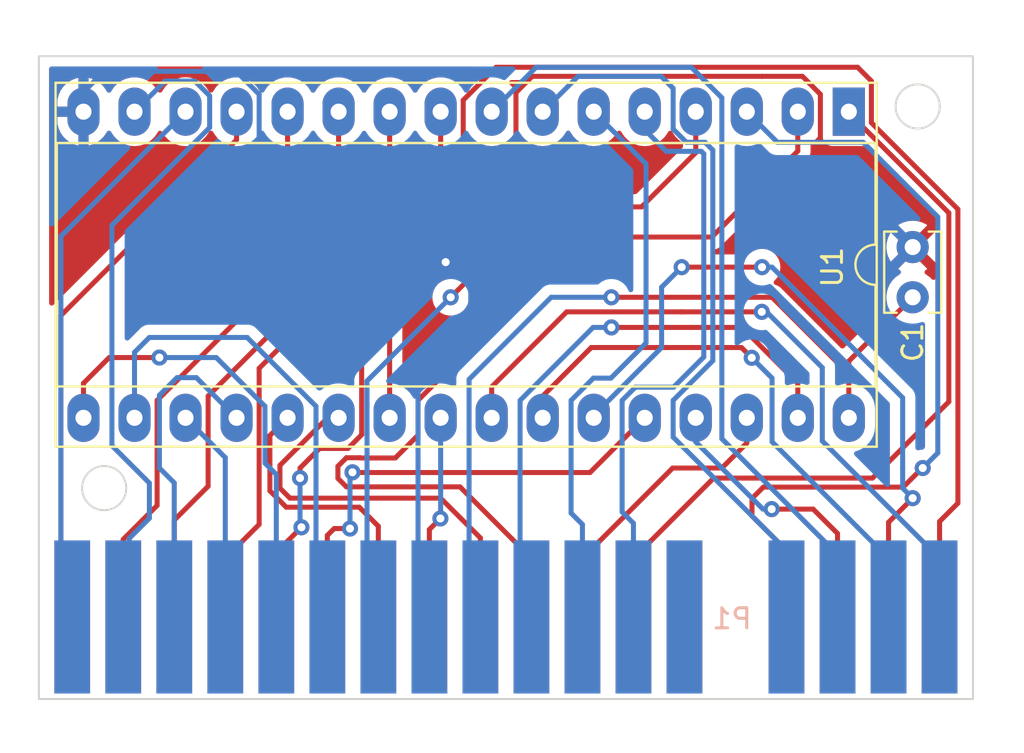
<source format=kicad_pcb>
(kicad_pcb (version 20211014) (generator pcbnew)
  (layers (0 "F.Cu" signal) (31 "B.Cu" signal) (34 "B.Paste" user) (35 "F.Paste" user) (36 "B.SilkS" user "B.Silkscreen") (37 "F.SilkS" user "F.Silkscreen") (38 "B.Mask" user) (39 "F.Mask" user) (44 "Edge.Cuts" user))
  (net 0 "")
  (net 1 "A10")
  (net 2 "A11")
  (net 3 "A8")
  (net 4 "A9")
  (net 5 "PA14")
  (net 6 "A4")
  (net 7 "PA15")
  (net 8 "A5")
  (net 11 "PA18")
  (net 12 "A7")
  (net 13 "PA17")
  (net 14 "A6")
  (net 15 "PA16")
  (net 16 "ROM_WR")
  (net 17 "EP_CE")
  (net 18 "ROM_RD")
  (net 19 "D7")
  (net 20 "A12")
  (net 21 "A13")
  (net 22 "D4")
  (net 23 "A3")
  (net 24 "D3")
  (net 25 "A2")
  (net 26 "D5")
  (net 27 "A1")
  (net 28 "D6")
  (net 29 "A0")
  (net 30 "D2")
  (net 31 "D0")
  (net 32 "D1")
  (net 33 "GND")
  (net 34 "VCC")
  (footprint "Capacitor_THT:C_Disc_D3.8mm_W2.6mm_P2.50mm" (layer "F.Cu") (at 68.686396 36.05 90)
    (fp_text reference "C1" (at -2.25 0 90) (layer "F.SilkS"))
    (fp_text value "C_Small")
    (fp_line (start -0.77 1.42) (end 3.27 1.42) (layer "F.SilkS") (width 0.12))
    (fp_line (start 3.27 -1.42) (end 3.27 -0.795) (layer "F.SilkS") (width 0.12))
    (fp_line (start -0.77 0.795) (end -0.77 1.42) (layer "F.SilkS") (width 0.12))
    (fp_line (start 3.27 0.795) (end 3.27 1.42) (layer "F.SilkS") (width 0.12))
    (fp_line (start -0.77 -1.42) (end 3.27 -1.42) (layer "F.SilkS") (width 0.12))
    (fp_line (start -0.77 -1.42) (end -0.77 -0.795) (layer "F.SilkS") (width 0.12))
    (pad "1" thru_hole circle (at 0 0 90) (size 1.6 1.6) (drill 0.8) (layers *.Cu *.Mask) (net 34 "VCC"))
    (pad "2" thru_hole circle (at 2.5 0 90) (size 1.6 1.6) (drill 0.8) (layers *.Cu *.Mask) (net 33 "GND"))
  )
  (footprint "Package_DIP:DIP-32_W15.24mm_Socket_LongPads" (layer "F.Cu") (at 65.506396 26.81 -90)
    (fp_text reference "U1" (at 7.74 0.82 90) (layer "F.SilkS"))
    (fp_text value "SST39SF040")
    (fp_line (start 13.68 -1.33) (end 8.62 -1.33) (layer "F.SilkS") (width 0.12))
    (fp_line (start 1.56 39.43) (end 13.68 39.43) (layer "F.SilkS") (width 0.12))
    (fp_line (start 16.68 -1.39) (end -1.44 -1.39) (layer "F.SilkS") (width 0.12))
    (fp_line (start 16.68 39.49) (end 16.68 -1.39) (layer "F.SilkS") (width 0.12))
    (fp_line (start 13.68 39.43) (end 13.68 -1.33) (layer "F.SilkS") (width 0.12))
    (fp_line (start -1.44 -1.39) (end -1.44 39.49) (layer "F.SilkS") (width 0.12))
    (fp_line (start -1.44 39.49) (end 16.68 39.49) (layer "F.SilkS") (width 0.12))
    (fp_line (start 6.62 -1.33) (end 1.56 -1.33) (layer "F.SilkS") (width 0.12))
    (fp_line (start 1.56 -1.33) (end 1.56 39.43) (layer "F.SilkS") (width 0.12))
    (fp_arc (start 8.62 -1.33) (mid 7.62 -0.33) (end 6.62 -1.33) (layer "F.SilkS") (width 0.12))
    (pad "1" thru_hole rect (at 0 0 270) (size 2.4 1.6) (drill 0.8) (layers *.Cu *.Mask) (net 11 "PA18"))
    (pad "2" thru_hole oval (at 0 2.54 270) (size 2.4 1.6) (drill 0.8) (layers *.Cu *.Mask) (net 15 "PA16"))
    (pad "3" thru_hole oval (at 0 5.08 270) (size 2.4 1.6) (drill 0.8) (layers *.Cu *.Mask) (net 7 "PA15"))
    (pad "4" thru_hole oval (at 0 7.62 270) (size 2.4 1.6) (drill 0.8) (layers *.Cu *.Mask) (net 20 "A12"))
    (pad "5" thru_hole oval (at 0 10.16 270) (size 2.4 1.6) (drill 0.8) (layers *.Cu *.Mask) (net 12 "A7"))
    (pad "6" thru_hole oval (at 0 12.7 270) (size 2.4 1.6) (drill 0.8) (layers *.Cu *.Mask) (net 14 "A6"))
    (pad "7" thru_hole oval (at 0 15.24 270) (size 2.4 1.6) (drill 0.8) (layers *.Cu *.Mask) (net 8 "A5"))
    (pad "8" thru_hole oval (at 0 17.78 270) (size 2.4 1.6) (drill 0.8) (layers *.Cu *.Mask) (net 6 "A4"))
    (pad "9" thru_hole oval (at 0 20.32 270) (size 2.4 1.6) (drill 0.8) (layers *.Cu *.Mask) (net 23 "A3"))
    (pad "10" thru_hole oval (at 0 22.86 270) (size 2.4 1.6) (drill 0.8) (layers *.Cu *.Mask) (net 25 "A2"))
    (pad "11" thru_hole oval (at 0 25.4 270) (size 2.4 1.6) (drill 0.8) (layers *.Cu *.Mask) (net 27 "A1"))
    (pad "12" thru_hole oval (at 0 27.94 270) (size 2.4 1.6) (drill 0.8) (layers *.Cu *.Mask) (net 29 "A0"))
    (pad "13" thru_hole oval (at 0 30.48 270) (size 2.4 1.6) (drill 0.8) (layers *.Cu *.Mask) (net 31 "D0"))
    (pad "14" thru_hole oval (at 0 33.02 270) (size 2.4 1.6) (drill 0.8) (layers *.Cu *.Mask) (net 32 "D1"))
    (pad "15" thru_hole oval (at 0 35.56 270) (size 2.4 1.6) (drill 0.8) (layers *.Cu *.Mask) (net 30 "D2"))
    (pad "16" thru_hole oval (at 0 38.1 270) (size 2.4 1.6) (drill 0.8) (layers *.Cu *.Mask) (net 33 "GND"))
    (pad "17" thru_hole oval (at 15.24 38.1 270) (size 2.4 1.6) (drill 0.8) (layers *.Cu *.Mask) (net 24 "D3"))
    (pad "18" thru_hole oval (at 15.24 35.56 270) (size 2.4 1.6) (drill 0.8) (layers *.Cu *.Mask) (net 22 "D4"))
    (pad "19" thru_hole oval (at 15.24 33.02 270) (size 2.4 1.6) (drill 0.8) (layers *.Cu *.Mask) (net 26 "D5"))
    (pad "20" thru_hole oval (at 15.24 30.48 270) (size 2.4 1.6) (drill 0.8) (layers *.Cu *.Mask) (net 28 "D6"))
    (pad "21" thru_hole oval (at 15.24 27.94 270) (size 2.4 1.6) (drill 0.8) (layers *.Cu *.Mask) (net 19 "D7"))
    (pad "22" thru_hole oval (at 15.24 25.4 270) (size 2.4 1.6) (drill 0.8) (layers *.Cu *.Mask) (net 17 "EP_CE"))
    (pad "23" thru_hole oval (at 15.24 22.86 270) (size 2.4 1.6) (drill 0.8) (layers *.Cu *.Mask) (net 1 "A10"))
    (pad "24" thru_hole oval (at 15.24 20.32 270) (size 2.4 1.6) (drill 0.8) (layers *.Cu *.Mask) (net 18 "ROM_RD"))
    (pad "25" thru_hole oval (at 15.24 17.78 270) (size 2.4 1.6) (drill 0.8) (layers *.Cu *.Mask) (net 2 "A11"))
    (pad "26" thru_hole oval (at 15.24 15.24 270) (size 2.4 1.6) (drill 0.8) (layers *.Cu *.Mask) (net 4 "A9"))
    (pad "27" thru_hole oval (at 15.24 12.7 270) (size 2.4 1.6) (drill 0.8) (layers *.Cu *.Mask) (net 3 "A8"))
    (pad "28" thru_hole oval (at 15.24 10.16 270) (size 2.4 1.6) (drill 0.8) (layers *.Cu *.Mask) (net 21 "A13"))
    (pad "29" thru_hole oval (at 15.24 7.62 270) (size 2.4 1.6) (drill 0.8) (layers *.Cu *.Mask) (net 5 "PA14"))
    (pad "30" thru_hole oval (at 15.24 5.08 270) (size 2.4 1.6) (drill 0.8) (layers *.Cu *.Mask) (net 13 "PA17"))
    (pad "31" thru_hole oval (at 15.24 2.54 270) (size 2.4 1.6) (drill 0.8) (layers *.Cu *.Mask) (net 16 "ROM_WR"))
    (pad "32" thru_hole oval (at 15.24 0 270) (size 2.4 1.6) (drill 0.8) (layers *.Cu *.Mask) (net 34 "VCC"))
  )
  (footprint "Common:DAN_CART_BUS" (layer "B.Cu") (at 44.624915 51.965193 180)
    (fp_text reference "P1" (at -15.061481 -0.084807) (layer "B.SilkS") (effects (justify mirror)))
    (fp_text value "DAN_CART_EDGE" hide)
    (pad "1A" connect rect (at -25.4 0 180) (size 1.778 7.62) (layers "F.Cu" "F.Mask") (net 1 "A10"))
    (pad "1B" connect rect (at -25.4 0 180) (size 1.778 7.62) (layers "B.Cu" "B.Mask") (net 2 "A11"))
    (pad "2A" connect rect (at -22.86 0 180) (size 1.778 7.62) (layers "F.Cu" "F.Mask") (net 3 "A8"))
    (pad "2B" connect rect (at -22.86 0 180) (size 1.778 7.62) (layers "B.Cu" "B.Mask") (net 4 "A9"))
    (pad "3A" connect rect (at -20.32 0 180) (size 1.778 7.62) (layers "F.Cu" "F.Mask") (net 5 "PA14"))
    (pad "3B" connect rect (at -20.32 0 180) (size 1.778 7.62) (layers "B.Cu" "B.Mask") (net 6 "A4"))
    (pad "4A" connect rect (at -17.78 0 180) (size 1.778 7.62) (layers "F.Cu" "F.Mask") (net 7 "PA15"))
    (pad "4B" connect rect (at -17.78 0 180) (size 1.778 7.62) (layers "B.Cu" "B.Mask") (net 8 "A5"))
    (pad "6A" connect rect (at -12.7 0 180) (size 1.778 7.62) (layers "F.Cu" "F.Mask"))
    (pad "6B" connect rect (at -12.7 0 180) (size 1.778 7.62) (layers "B.Cu" "B.Mask"))
    (pad "7A" connect rect (at -10.16 0 180) (size 1.778 7.62) (layers "F.Cu" "F.Mask") (net 11 "PA18"))
    (pad "7B" connect rect (at -10.16 0 180) (size 1.778 7.62) (layers "B.Cu" "B.Mask") (net 12 "A7"))
    (pad "8A" connect rect (at -7.62 0 180) (size 1.778 7.62) (layers "F.Cu" "F.Mask") (net 13 "PA17"))
    (pad "8B" connect rect (at -7.62 0 180) (size 1.778 7.62) (layers "B.Cu" "B.Mask") (net 14 "A6"))
    (pad "9A" connect rect (at -5.08 0 180) (size 1.778 7.62) (layers "F.Cu" "F.Mask") (net 15 "PA16"))
    (pad "9B" connect rect (at -5.08 0 180) (size 1.778 7.62) (layers "B.Cu" "B.Mask") (net 16 "ROM_WR"))
    (pad "10A" connect rect (at -2.54 0 180) (size 1.778 7.62) (layers "F.Cu" "F.Mask") (net 17 "EP_CE"))
    (pad "10B" connect rect (at -2.54 0 180) (size 1.778 7.62) (layers "B.Cu" "B.Mask") (net 34 "VCC"))
    (pad "11A" connect rect (at 0 0 180) (size 1.778 7.62) (layers "F.Cu" "F.Mask") (net 18 "ROM_RD"))
    (pad "11B" connect rect (at 0 0 180) (size 1.778 7.62) (layers "B.Cu" "B.Mask") (net 33 "GND"))
    (pad "12A" connect rect (at 2.54 0 180) (size 1.778 7.62) (layers "F.Cu" "F.Mask") (net 19 "D7"))
    (pad "12B" connect rect (at 2.54 0 180) (size 1.778 7.62) (layers "B.Cu" "B.Mask") (net 20 "A12"))
    (pad "13A" connect rect (at 5.08 0 180) (size 1.778 7.62) (layers "F.Cu" "F.Mask") (net 21 "A13"))
    (pad "13B" connect rect (at 5.08 0 180) (size 1.778 7.62) (layers "B.Cu" "B.Mask") (net 22 "D4"))
    (pad "14A" connect rect (at 7.62 0 180) (size 1.778 7.62) (layers "F.Cu" "F.Mask") (net 23 "A3"))
    (pad "14B" connect rect (at 7.62 0 180) (size 1.778 7.62) (layers "B.Cu" "B.Mask") (net 24 "D3"))
    (pad "15A" connect rect (at 10.16 0 180) (size 1.778 7.62) (layers "F.Cu" "F.Mask") (net 25 "A2"))
    (pad "15B" connect rect (at 10.16 0 180) (size 1.778 7.62) (layers "B.Cu" "B.Mask") (net 26 "D5"))
    (pad "16A" connect rect (at 12.7 0 180) (size 1.778 7.62) (layers "F.Cu" "F.Mask") (net 27 "A1"))
    (pad "16B" connect rect (at 12.7 0 180) (size 1.778 7.62) (layers "B.Cu" "B.Mask") (net 28 "D6"))
    (pad "17A" connect rect (at 15.24 0 180) (size 1.778 7.62) (layers "F.Cu" "F.Mask") (net 29 "A0"))
    (pad "17B" connect rect (at 15.24 0 180) (size 1.778 7.62) (layers "B.Cu" "B.Mask") (net 30 "D2"))
    (pad "18A" connect rect (at 17.78 0 180) (size 1.778 7.62) (layers "F.Cu" "F.Mask") (net 31 "D0"))
    (pad "18B" connect rect (at 17.78 0 180) (size 1.778 7.62) (layers "B.Cu" "B.Mask") (net 32 "D1"))
  )
  (gr_rect (start 25.186396 24.05) (end 71.686396 56.05) (layer "Edge.Cuts") (width 0.1) (fill none))
  (gr_circle (center 68.936396 26.55) (end 70.036396 26.55) (layer "Edge.Cuts") (width 0.1) (fill none))
  (gr_circle (center 28.436396 45.55) (end 29.536396 45.55) (layer "Edge.Cuts") (width 0.1) (fill none))
  (segment (start 42.646396 35.09) (end 42.646396 42.05) (width 0.25) (layer "F.Cu") (net 1))
  (segment (start 46.311396 26.23401) (end 46.311396 31.425) (width 0.25) (layer "F.Cu") (net 1))
  (segment (start 47.945406 24.6) (end 46.311396 26.23401) (width 0.25) (layer "F.Cu") (net 1))
  (segment (start 70.024915 47.211481) (end 70.936396 46.3) (width 0.25) (layer "F.Cu") (net 1))
  (segment (start 65.946396 24.6) (end 47.945406 24.6) (width 0.25) (layer "F.Cu") (net 1))
  (segment (start 70.024915 51.965193) (end 70.024915 47.211481) (width 0.25) (layer "F.Cu") (net 1))
  (segment (start 66.631396 27.358604) (end 66.631396 25.285) (width 0.25) (layer "F.Cu") (net 1))
  (segment (start 66.631396 25.285) (end 65.946396 24.6) (width 0.25) (layer "F.Cu") (net 1))
  (segment (start 70.936396 31.663604) (end 66.631396 27.358604) (width 0.25) (layer "F.Cu") (net 1))
  (segment (start 46.311396 31.425) (end 42.646396 35.09) (width 0.25) (layer "F.Cu") (net 1))
  (segment (start 70.936396 46.3) (end 70.936396 31.663604) (width 0.25) (layer "F.Cu") (net 1))
  (segment (start 47.726396 40.51) (end 47.726396 42.05) (width 0.25) (layer "F.Cu") (net 2))
  (segment (start 61.174097 36.7745) (end 57.185896 36.7745) (width 0.25) (layer "F.Cu") (net 2))
  (segment (start 57.185896 36.7745) (end 57.186396 36.775) (width 0.25) (layer "F.Cu") (net 2))
  (segment (start 57.186396 36.775) (end 51.461396 36.775) (width 0.25) (layer "F.Cu") (net 2))
  (segment (start 51.461396 36.775) (end 47.726396 40.51) (width 0.25) (layer "F.Cu") (net 2))
  (via (at 61.174097 36.7745) (size 0.8) (drill 0.4) (layers "F.Cu" "B.Cu") (net 2))
  (segment (start 64.186396 39.55) (end 61.410896 36.7745) (width 0.25) (layer "B.Cu") (net 2))
  (segment (start 61.410896 36.7745) (end 61.174097 36.7745) (width 0.25) (layer "B.Cu") (net 2))
  (segment (start 64.186396 43.205674) (end 64.186396 39.55) (width 0.25) (layer "B.Cu") (net 2))
  (segment (start 70.024915 51.965193) (end 70.024915 49.044193) (width 0.25) (layer "B.Cu") (net 2))
  (segment (start 70.024915 49.044193) (end 64.186396 43.205674) (width 0.25) (layer "B.Cu") (net 2))
  (segment (start 67.484915 51.965193) (end 67.484915 47.251481) (width 0.25) (layer "F.Cu") (net 3))
  (segment (start 61.186396 34.55) (end 57.186396 34.55) (width 0.25) (layer "F.Cu") (net 3))
  (segment (start 67.484915 47.251481) (end 68.686396 46.05) (width 0.25) (layer "F.Cu") (net 3))
  (via (at 68.686396 46.05) (size 0.8) (drill 0.4) (layers "F.Cu" "B.Cu") (net 3))
  (via (at 57.186396 34.55) (size 0.8) (drill 0.4) (layers "F.Cu" "B.Cu") (net 3))
  (via (at 61.186396 34.55) (size 0.8) (drill 0.4) (layers "F.Cu" "B.Cu") (net 3))
  (segment (start 62.186396 35.05) (end 61.686396 34.55) (width 0.25) (layer "B.Cu") (net 3))
  (segment (start 68.186396 44.55) (end 68.186396 41.05) (width 0.25) (layer "B.Cu") (net 3))
  (segment (start 56.186396 38.55) (end 52.806396 41.93) (width 0.25) (layer "B.Cu") (net 3))
  (segment (start 61.686396 34.55) (end 61.186396 34.55) (width 0.25) (layer "B.Cu") (net 3))
  (segment (start 52.806396 41.93) (end 52.806396 42.05) (width 0.25) (layer "B.Cu") (net 3))
  (segment (start 56.186396 35.55) (end 56.186396 38.55) (width 0.25) (layer "B.Cu") (net 3))
  (segment (start 68.186396 41.05) (end 62.186396 35.05) (width 0.25) (layer "B.Cu") (net 3))
  (segment (start 68.186396 45.55) (end 68.186396 44.55) (width 0.25) (layer "B.Cu") (net 3))
  (segment (start 57.186396 34.55) (end 56.186396 35.55) (width 0.25) (layer "B.Cu") (net 3))
  (segment (start 68.686396 46.05) (end 68.186396 45.55) (width 0.25) (layer "B.Cu") (net 3))
  (segment (start 52.686396 38.55) (end 50.266396 40.97) (width 0.25) (layer "F.Cu") (net 4))
  (segment (start 60.161798 38.55) (end 52.686396 38.55) (width 0.25) (layer "F.Cu") (net 4))
  (segment (start 60.674097 39.062299) (end 60.161798 38.55) (width 0.25) (layer "F.Cu") (net 4))
  (segment (start 50.266396 40.97) (end 50.266396 42.05) (width 0.25) (layer "F.Cu") (net 4))
  (via (at 60.674097 39.062299) (size 0.8) (drill 0.4) (layers "F.Cu" "B.Cu") (net 4))
  (segment (start 67.484915 51.965193) (end 67.484915 49.044193) (width 0.25) (layer "B.Cu") (net 4))
  (segment (start 67.484915 49.044193) (end 61.686396 43.245674) (width 0.25) (layer "B.Cu") (net 4))
  (segment (start 61.686396 40.074598) (end 60.674097 39.062299) (width 0.25) (layer "B.Cu") (net 4))
  (segment (start 61.686396 43.245674) (end 61.686396 40.074598) (width 0.25) (layer "B.Cu") (net 4))
  (segment (start 61.665901 46.595093) (end 63.731489 46.595093) (width 0.25) (layer "F.Cu") (net 5))
  (segment (start 63.731489 46.595093) (end 64.944915 47.808519) (width 0.25) (layer "F.Cu") (net 5))
  (segment (start 64.944915 47.808519) (end 64.944915 51.965193) (width 0.25) (layer "F.Cu") (net 5))
  (via (at 61.665901 46.595093) (size 0.8) (drill 0.4) (layers "F.Cu" "B.Cu") (net 5))
  (segment (start 57.886396 43.25) (end 57.886396 42.05) (width 0.25) (layer "B.Cu") (net 5))
  (segment (start 61.665901 46.595093) (end 61.231489 46.595093) (width 0.25) (layer "B.Cu") (net 5))
  (segment (start 61.231489 46.595093) (end 57.886396 43.25) (width 0.25) (layer "B.Cu") (net 5))
  (segment (start 64.944915 51.965193) (end 64.944915 48.849509) (width 0.25) (layer "B.Cu") (net 6))
  (segment (start 57.667386 24.6) (end 49.936396 24.6) (width 0.25) (layer "B.Cu") (net 6))
  (segment (start 59.186396 43.09099) (end 59.186396 26.11901) (width 0.25) (layer "B.Cu") (net 6))
  (segment (start 59.186396 26.11901) (end 57.667386 24.6) (width 0.25) (layer "B.Cu") (net 6))
  (segment (start 64.944915 48.849509) (end 59.186396 43.09099) (width 0.25) (layer "B.Cu") (net 6))
  (segment (start 49.936396 24.6) (end 47.726396 26.81) (width 0.25) (layer "B.Cu") (net 6))
  (segment (start 68.211091 45.5) (end 61.25 45.5) (width 0.25) (layer "F.Cu") (net 7))
  (segment (start 61.25 45.5) (end 60.686396 46.063604) (width 0.25) (layer "F.Cu") (net 7))
  (segment (start 69.186396 44.55) (end 69.161091 44.55) (width 0.25) (layer "F.Cu") (net 7))
  (segment (start 62.404915 48.654915) (end 62.404915 51.965193) (width 0.25) (layer "F.Cu") (net 7))
  (segment (start 60.686396 46.936396) (end 62.404915 48.654915) (width 0.25) (layer "F.Cu") (net 7))
  (segment (start 60.686396 46.063604) (end 60.686396 46.936396) (width 0.25) (layer "F.Cu") (net 7))
  (segment (start 69.161091 44.55) (end 68.211091 45.5) (width 0.25) (layer "F.Cu") (net 7))
  (via (at 69.186396 44.55) (size 0.8) (drill 0.4) (layers "F.Cu" "B.Cu") (net 7))
  (segment (start 69.936396 43.8) (end 69.936396 32.05) (width 0.25) (layer "B.Cu") (net 7))
  (segment (start 66.221396 28.335) (end 61.951396 28.335) (width 0.25) (layer "B.Cu") (net 7))
  (segment (start 61.951396 28.335) (end 60.426396 26.81) (width 0.25) (layer "B.Cu") (net 7))
  (segment (start 69.186396 44.55) (end 69.936396 43.8) (width 0.25) (layer "B.Cu") (net 7))
  (segment (start 69.936396 32.05) (end 66.221396 28.335) (width 0.25) (layer "B.Cu") (net 7))
  (segment (start 62.404915 51.965193) (end 62.404915 48.654915) (width 0.25) (layer "B.Cu") (net 8))
  (segment (start 52.026396 25.05) (end 50.266396 26.81) (width 0.25) (layer "B.Cu") (net 8))
  (segment (start 56.162792 25.05) (end 52.026396 25.05) (width 0.25) (layer "B.Cu") (net 8))
  (segment (start 62.404915 48.654915) (end 56.761396 43.011396) (width 0.25) (layer "B.Cu") (net 8))
  (segment (start 58.736396 39.20901) (end 58.736396 28.71901) (width 0.25) (layer "B.Cu") (net 8))
  (segment (start 56.761396 27.67599) (end 56.761396 25.648604) (width 0.25) (layer "B.Cu") (net 8))
  (segment (start 56.761396 43.011396) (end 56.761396 41.18401) (width 0.25) (layer "B.Cu") (net 8))
  (segment (start 58.736396 28.71901) (end 58.352386 28.335) (width 0.25) (layer "B.Cu") (net 8))
  (segment (start 56.761396 25.648604) (end 56.162792 25.05) (width 0.25) (layer "B.Cu") (net 8))
  (segment (start 56.761396 41.18401) (end 58.736396 39.20901) (width 0.25) (layer "B.Cu") (net 8))
  (segment (start 57.420406 28.335) (end 56.761396 27.67599) (width 0.25) (layer "B.Cu") (net 8))
  (segment (start 58.352386 28.335) (end 57.420406 28.335) (width 0.25) (layer "B.Cu") (net 8))
  (segment (start 58.779108 45.05) (end 66.686396 45.05) (width 0.25) (layer "F.Cu") (net 11))
  (segment (start 66.686396 45.05) (end 70.486396 41.25) (width 0.25) (layer "F.Cu") (net 11))
  (segment (start 54.784915 49.044193) (end 58.779108 45.05) (width 0.25) (layer "F.Cu") (net 11))
  (segment (start 70.486396 31.85) (end 65.506396 26.87) (width 0.25) (layer "F.Cu") (net 11))
  (segment (start 70.486396 41.25) (end 70.486396 31.85) (width 0.25) (layer "F.Cu") (net 11))
  (segment (start 65.506396 26.87) (end 65.506396 26.81) (width 0.25) (layer "F.Cu") (net 11))
  (segment (start 54.784915 51.965193) (end 54.784915 49.044193) (width 0.25) (layer "F.Cu") (net 11))
  (segment (start 58.16599 28.785) (end 56.421396 28.785) (width 0.25) (layer "B.Cu") (net 12))
  (segment (start 54.221396 46.736481) (end 54.221396 41.18401) (width 0.25) (layer "B.Cu") (net 12))
  (segment (start 56.421396 28.785) (end 55.346396 27.71) (width 0.25) (layer "B.Cu") (net 12))
  (segment (start 54.784915 47.3) (end 54.221396 46.736481) (width 0.25) (layer "B.Cu") (net 12))
  (segment (start 54.221396 41.18401) (end 54.880406 40.525) (width 0.25) (layer "B.Cu") (net 12))
  (segment (start 58.286396 39.022614) (end 58.286396 28.905406) (width 0.25) (layer "B.Cu") (net 12))
  (segment (start 54.784915 51.965193) (end 54.784915 47.3) (width 0.25) (layer "B.Cu") (net 12))
  (segment (start 54.880406 40.525) (end 56.78401 40.525) (width 0.25) (layer "B.Cu") (net 12))
  (segment (start 56.78401 40.525) (end 58.286396 39.022614) (width 0.25) (layer "B.Cu") (net 12))
  (segment (start 55.346396 27.71) (end 55.346396 26.81) (width 0.25) (layer "B.Cu") (net 12))
  (segment (start 58.286396 28.905406) (end 58.16599 28.785) (width 0.25) (layer "B.Cu") (net 12))
  (segment (start 52.244915 51.965193) (end 52.244915 49.044193) (width 0.25) (layer "F.Cu") (net 13))
  (segment (start 56.739108 44.55) (end 59.186396 44.55) (width 0.25) (layer "F.Cu") (net 13))
  (segment (start 59.186396 44.55) (end 60.426396 43.31) (width 0.25) (layer "F.Cu") (net 13))
  (segment (start 60.426396 43.31) (end 60.426396 42.05) (width 0.25) (layer "F.Cu") (net 13))
  (segment (start 52.244915 49.044193) (end 56.739108 44.55) (width 0.25) (layer "F.Cu") (net 13))
  (segment (start 55.411396 29.415) (end 52.806396 26.81) (width 0.25) (layer "B.Cu") (net 14))
  (segment (start 52.244915 47.358519) (end 51.681396 46.795) (width 0.25) (layer "B.Cu") (net 14))
  (segment (start 52.244915 51.965193) (end 52.244915 47.358519) (width 0.25) (layer "B.Cu") (net 14))
  (segment (start 51.681396 46.795) (end 51.681396 41.18401) (width 0.25) (layer "B.Cu") (net 14))
  (segment (start 52.790406 40.075) (end 53.661396 40.075) (width 0.25) (layer "B.Cu") (net 14))
  (segment (start 55.411396 38.325) (end 55.411396 29.415) (width 0.25) (layer "B.Cu") (net 14))
  (segment (start 51.681396 41.18401) (end 52.790406 40.075) (width 0.25) (layer "B.Cu") (net 14))
  (segment (start 53.661396 40.075) (end 55.411396 38.325) (width 0.25) (layer "B.Cu") (net 14))
  (segment (start 44.061396 42.91599) (end 44.061396 41.175) (width 0.25) (layer "F.Cu") (net 15))
  (segment (start 58.686396 33.05) (end 62.966396 28.77) (width 0.25) (layer "F.Cu") (net 15))
  (segment (start 44.061396 41.175) (end 52.186396 33.05) (width 0.25) (layer "F.Cu") (net 15))
  (segment (start 42.927386 44.05) (end 44.061396 42.91599) (width 0.25) (layer "F.Cu") (net 15))
  (segment (start 41.186396 44.05) (end 42.927386 44.05) (width 0.25) (layer "F.Cu") (net 15))
  (segment (start 40.496591 45.487319) (end 40.071896 45.062624) (width 0.25) (layer "F.Cu") (net 15))
  (segment (start 52.186396 33.05) (end 58.686396 33.05) (width 0.25) (layer "F.Cu") (net 15))
  (segment (start 40.496591 44.037319) (end 41.173715 44.037319) (width 0.25) (layer "F.Cu") (net 15))
  (segment (start 46.148041 45.487319) (end 40.496591 45.487319) (width 0.25) (layer "F.Cu") (net 15))
  (segment (start 49.704915 51.965193) (end 49.704915 49.044193) (width 0.25) (layer "F.Cu") (net 15))
  (segment (start 49.704915 49.044193) (end 46.148041 45.487319) (width 0.25) (layer "F.Cu") (net 15))
  (segment (start 40.071896 45.062624) (end 40.071896 44.462014) (width 0.25) (layer "F.Cu") (net 15))
  (segment (start 40.071896 44.462014) (end 40.496591 44.037319) (width 0.25) (layer "F.Cu") (net 15))
  (segment (start 62.966396 28.77) (end 62.966396 26.81) (width 0.25) (layer "F.Cu") (net 15))
  (segment (start 41.173715 44.037319) (end 41.186396 44.05) (width 0.25) (layer "F.Cu") (net 15))
  (segment (start 60.186396 37.55) (end 62.966396 40.33) (width 0.25) (layer "F.Cu") (net 16))
  (segment (start 53.686396 37.55) (end 60.186396 37.55) (width 0.25) (layer "F.Cu") (net 16))
  (segment (start 62.966396 40.33) (end 62.966396 42.05) (width 0.25) (layer "F.Cu") (net 16))
  (via (at 53.686396 37.55) (size 0.8) (drill 0.4) (layers "F.Cu" "B.Cu") (net 16))
  (segment (start 49.141396 41.18401) (end 49.141396 51.401674) (width 0.25) (layer "B.Cu") (net 16))
  (segment (start 49.141396 51.401674) (end 49.704915 51.965193) (width 0.25) (layer "B.Cu") (net 16))
  (segment (start 52.775406 37.55) (end 49.141396 41.18401) (width 0.25) (layer "B.Cu") (net 16))
  (segment (start 53.686396 37.55) (end 52.775406 37.55) (width 0.25) (layer "B.Cu") (net 16))
  (segment (start 39.557386 42.05) (end 38.032386 43.575) (width 0.25) (layer "F.Cu") (net 17))
  (segment (start 37.686396 46.05) (end 45.186396 46.05) (width 0.25) (layer "F.Cu") (net 17))
  (segment (start 45.186396 46.05) (end 47.164915 48.028519) (width 0.25) (layer "F.Cu") (net 17))
  (segment (start 37.186396 44.413604) (end 37.186396 45.55) (width 0.25) (layer "F.Cu") (net 17))
  (segment (start 38.025 43.575) (end 37.186396 44.413604) (width 0.25) (layer "F.Cu") (net 17))
  (segment (start 38.032386 43.575) (end 38.025 43.575) (width 0.25) (layer "F.Cu") (net 17))
  (segment (start 47.164915 48.028519) (end 47.164915 51.965193) (width 0.25) (layer "F.Cu") (net 17))
  (segment (start 40.106396 42.05) (end 39.557386 42.05) (width 0.25) (layer "F.Cu") (net 17))
  (segment (start 37.186396 45.55) (end 37.686396 46.05) (width 0.25) (layer "F.Cu") (net 17))
  (segment (start 44.624915 47.611481) (end 45.174097 47.062299) (width 0.25) (layer "F.Cu") (net 18))
  (segment (start 44.624915 51.965193) (end 44.624915 47.611481) (width 0.25) (layer "F.Cu") (net 18))
  (via (at 45.174097 47.062299) (size 0.8) (drill 0.4) (layers "F.Cu" "B.Cu") (net 18))
  (segment (start 45.186396 47.05) (end 45.186396 42.05) (width 0.25) (layer "B.Cu") (net 18))
  (segment (start 45.174097 47.062299) (end 45.186396 47.05) (width 0.25) (layer "B.Cu") (net 18))
  (segment (start 37.566396 42.05) (end 36.686396 42.93) (width 0.25) (layer "F.Cu") (net 19))
  (segment (start 37.5 46.5) (end 41.136396 46.5) (width 0.25) (layer "F.Cu") (net 19))
  (segment (start 36.686396 45.686396) (end 37.5 46.5) (width 0.25) (layer "F.Cu") (net 19))
  (segment (start 36.686396 42.93) (end 36.686396 45.686396) (width 0.25) (layer "F.Cu") (net 19))
  (segment (start 41.136396 46.5) (end 42.084915 47.448519) (width 0.25) (layer "F.Cu") (net 19))
  (segment (start 42.084915 47.448519) (end 42.084915 51.965193) (width 0.25) (layer "F.Cu") (net 19))
  (segment (start 45.686396 36.05) (end 50.186396 31.55) (width 0.25) (layer "F.Cu") (net 20))
  (segment (start 55.186396 31.55) (end 57.886396 28.85) (width 0.25) (layer "F.Cu") (net 20))
  (segment (start 57.886396 28.85) (end 57.886396 26.81) (width 0.25) (layer "F.Cu") (net 20))
  (segment (start 50.186396 31.55) (end 55.186396 31.55) (width 0.25) (layer "F.Cu") (net 20))
  (via (at 45.686396 36.05) (size 0.8) (drill 0.4) (layers "F.Cu" "B.Cu") (net 20))
  (segment (start 45.686396 36.05) (end 41.521396 40.215) (width 0.25) (layer "B.Cu") (net 20))
  (segment (start 41.521396 51.401674) (end 42.084915 51.965193) (width 0.25) (layer "B.Cu") (net 20))
  (segment (start 41.521396 40.215) (end 41.521396 51.401674) (width 0.25) (layer "B.Cu") (net 20))
  (segment (start 39.887809 47.562299) (end 39.544915 47.905193) (width 0.25) (layer "F.Cu") (net 21))
  (segment (start 40.674097 47.562299) (end 39.887809 47.562299) (width 0.25) (layer "F.Cu") (net 21))
  (segment (start 39.544915 47.905193) (end 39.544915 51.965193) (width 0.25) (layer "F.Cu") (net 21))
  (segment (start 40.808458 44.773881) (end 52.622515 44.773881) (width 0.25) (layer "F.Cu") (net 21))
  (segment (start 40.796896 44.762319) (end 40.808458 44.773881) (width 0.25) (layer "F.Cu") (net 21))
  (segment (start 52.622515 44.773881) (end 55.346396 42.05) (width 0.25) (layer "F.Cu") (net 21))
  (via (at 40.674097 47.562299) (size 0.8) (drill 0.4) (layers "F.Cu" "B.Cu") (net 21))
  (via (at 40.796896 44.762319) (size 0.8) (drill 0.4) (layers "F.Cu" "B.Cu") (net 21))
  (segment (start 40.674097 44.885118) (end 40.674097 47.562299) (width 0.25) (layer "B.Cu") (net 21))
  (segment (start 40.796896 44.762319) (end 40.674097 44.885118) (width 0.25) (layer "B.Cu") (net 21))
  (segment (start 29.946396 38.79) (end 29.946396 42.05) (width 0.25) (layer "B.Cu") (net 22))
  (segment (start 35.557386 38.05) (end 30.686396 38.05) (width 0.25) (layer "B.Cu") (net 22))
  (segment (start 39.544915 51.965193) (end 38.981396 51.401674) (width 0.25) (layer "B.Cu") (net 22))
  (segment (start 38.981396 41.47401) (end 35.557386 38.05) (width 0.25) (layer "B.Cu") (net 22))
  (segment (start 30.686396 38.05) (end 29.946396 38.79) (width 0.25) (layer "B.Cu") (net 22))
  (segment (start 38.981396 51.401674) (end 38.981396 41.47401) (width 0.25) (layer "B.Cu") (net 22))
  (segment (start 41.254594 42.892792) (end 41.254594 35.481802) (width 0.25) (layer "F.Cu") (net 23))
  (segment (start 45.186396 31.55) (end 45.186396 26.81) (width 0.25) (layer "F.Cu") (net 23))
  (segment (start 38.186396 45.05) (end 38.186396 44.55) (width 0.25) (layer "F.Cu") (net 23))
  (segment (start 38.256896 47.5) (end 37.004915 48.751981) (width 0.25) (layer "F.Cu") (net 23))
  (segment (start 41.254594 35.481802) (end 45.186396 31.55) (width 0.25) (layer "F.Cu") (net 23))
  (segment (start 40.572386 43.575) (end 41.254594 42.892792) (width 0.25) (layer "F.Cu") (net 23))
  (segment (start 38.186396 44.55) (end 39.161396 43.575) (width 0.25) (layer "F.Cu") (net 23))
  (segment (start 37.004915 48.751981) (end 37.004915 51.965193) (width 0.25) (layer "F.Cu") (net 23))
  (segment (start 39.161396 43.575) (end 40.572386 43.575) (width 0.25) (layer "F.Cu") (net 23))
  (via (at 38.186396 45.05) (size 0.8) (drill 0.4) (layers "F.Cu" "B.Cu") (net 23))
  (via (at 38.256896 47.5) (size 0.8) (drill 0.4) (layers "F.Cu" "B.Cu") (net 23))
  (segment (start 38.186396 47.4295) (end 38.186396 45.05) (width 0.25) (layer "B.Cu") (net 23))
  (segment (start 38.256896 47.5) (end 38.186396 47.4295) (width 0.25) (layer "B.Cu") (net 23))
  (segment (start 31.186396 39.05) (end 28.686396 39.05) (width 0.25) (layer "F.Cu") (net 24))
  (segment (start 28.686396 39.05) (end 27.406396 40.33) (width 0.25) (layer "F.Cu") (net 24))
  (segment (start 27.406396 40.33) (end 27.406396 42.05) (width 0.25) (layer "F.Cu") (net 24))
  (via (at 31.186396 39.05) (size 0.8) (drill 0.4) (layers "F.Cu" "B.Cu") (net 24))
  (segment (start 34.017386 39.05) (end 36.441396 41.47401) (width 0.25) (layer "B.Cu") (net 24))
  (segment (start 31.186396 39.05) (end 34.017386 39.05) (width 0.25) (layer "B.Cu") (net 24))
  (segment (start 36.441396 44.305) (end 37.004915 44.868519) (width 0.25) (layer "B.Cu") (net 24))
  (segment (start 36.441396 41.47401) (end 36.441396 44.305) (width 0.25) (layer "B.Cu") (net 24))
  (segment (start 37.004915 44.868519) (end 37.004915 51.965193) (width 0.25) (layer "B.Cu") (net 24))
  (segment (start 34.464915 49.044193) (end 36.151396 47.357712) (width 0.25) (layer "F.Cu") (net 25))
  (segment (start 34.464915 51.965193) (end 34.464915 49.044193) (width 0.25) (layer "F.Cu") (net 25))
  (segment (start 42.646396 33.09) (end 42.646396 26.81) (width 0.25) (layer "F.Cu") (net 25))
  (segment (start 36.151396 39.585) (end 42.646396 33.09) (width 0.25) (layer "F.Cu") (net 25))
  (segment (start 36.151396 47.357712) (end 36.151396 39.585) (width 0.25) (layer "F.Cu") (net 25))
  (segment (start 34.464915 44.028519) (end 34.464915 51.965193) (width 0.25) (layer "B.Cu") (net 26))
  (segment (start 32.486396 42.05) (end 34.464915 44.028519) (width 0.25) (layer "B.Cu") (net 26))
  (segment (start 33.611396 45.45599) (end 33.611396 40.965) (width 0.25) (layer "F.Cu") (net 27))
  (segment (start 40.106396 34.47) (end 40.106396 26.81) (width 0.25) (layer "F.Cu") (net 27))
  (segment (start 31.924915 51.965193) (end 31.924915 47.142471) (width 0.25) (layer "F.Cu") (net 27))
  (segment (start 33.611396 40.965) (end 40.106396 34.47) (width 0.25) (layer "F.Cu") (net 27))
  (segment (start 31.924915 47.142471) (end 33.611396 45.45599) (width 0.25) (layer "F.Cu") (net 27))
  (segment (start 33.026396 40.05) (end 35.026396 42.05) (width 0.25) (layer "B.Cu") (net 28))
  (segment (start 31.924915 51.965193) (end 31.924915 45.288519) (width 0.25) (layer "B.Cu") (net 28))
  (segment (start 31.924915 45.288519) (end 31.186396 44.55) (width 0.25) (layer "B.Cu") (net 28))
  (segment (start 32.060901 40.05) (end 33.026396 40.05) (width 0.25) (layer "B.Cu") (net 28))
  (segment (start 31.186396 40.924505) (end 32.060901 40.05) (width 0.25) (layer "B.Cu") (net 28))
  (segment (start 31.186396 44.55) (end 31.186396 40.924505) (width 0.25) (layer "B.Cu") (net 28))
  (segment (start 29.384915 51.965193) (end 29.384915 48.101481) (width 0.25) (layer "F.Cu") (net 29))
  (segment (start 29.384915 48.101481) (end 31.071396 46.415) (width 0.25) (layer "F.Cu") (net 29))
  (segment (start 31.071396 46.415) (end 31.071396 41.18401) (width 0.25) (layer "F.Cu") (net 29))
  (segment (start 37.566396 34.68901) (end 37.566396 26.81) (width 0.25) (layer "F.Cu") (net 29))
  (segment (start 31.071396 41.18401) (end 37.566396 34.68901) (width 0.25) (layer "F.Cu") (net 29))
  (segment (start 32.952386 25.285) (end 31.471396 25.285) (width 0.25) (layer "B.Cu") (net 30))
  (segment (start 28.821396 43.435) (end 28.821396 32.46599) (width 0.25) (layer "B.Cu") (net 30))
  (segment (start 33.686396 27.60099) (end 33.686396 26.01901) (width 0.25) (layer "B.Cu") (net 30))
  (segment (start 30.686396 45.3) (end 28.821396 43.435) (width 0.25) (layer "B.Cu") (net 30))
  (segment (start 29.384915 51.965193) (end 29.686396 51.663712) (width 0.25) (layer "B.Cu") (net 30))
  (segment (start 29.686396 48.05) (end 30.686396 47.05) (width 0.25) (layer "B.Cu") (net 30))
  (segment (start 28.821396 32.46599) (end 33.686396 27.60099) (width 0.25) (layer "B.Cu") (net 30))
  (segment (start 33.686396 26.01901) (end 32.952386 25.285) (width 0.25) (layer "B.Cu") (net 30))
  (segment (start 31.471396 25.285) (end 29.946396 26.81) (width 0.25) (layer "B.Cu") (net 30))
  (segment (start 29.686396 51.663712) (end 29.686396 48.05) (width 0.25) (layer "B.Cu") (net 30))
  (segment (start 30.686396 47.05) (end 30.686396 45.3) (width 0.25) (layer "B.Cu") (net 30))
  (segment (start 35.026396 28.21) (end 35.026396 26.81) (width 0.25) (layer "F.Cu") (net 31))
  (segment (start 26.281396 51.401674) (end 26.281396 36.955) (width 0.25) (layer "F.Cu") (net 31))
  (segment (start 26.844915 51.965193) (end 26.281396 51.401674) (width 0.25) (layer "F.Cu") (net 31))
  (segment (start 26.281396 36.955) (end 35.026396 28.21) (width 0.25) (layer "F.Cu") (net 31))
  (segment (start 26.281396 51.401674) (end 26.281396 33.015) (width 0.25) (layer "B.Cu") (net 32))
  (segment (start 26.844915 51.965193) (end 26.281396 51.401674) (width 0.25) (layer "B.Cu") (net 32))
  (segment (start 26.281396 33.015) (end 32.486396 26.81) (width 0.25) (layer "B.Cu") (net 32))
  (segment (start 48.936396 30.8) (end 45.436396 34.3) (width 0.25) (layer "F.Cu") (net 33))
  (segment (start 64.091396 25.94401) (end 63.197386 25.05) (width 0.25) (layer "F.Cu") (net 33))
  (segment (start 63.197386 25.05) (end 61.186396 25.05) (width 0.25) (layer "F.Cu") (net 33))
  (segment (start 68.686396 33.55) (end 64.091396 28.955) (width 0.25) (layer "F.Cu") (net 33))
  (segment (start 49.745406 25.05) (end 48.936396 25.85901) (width 0.25) (layer "F.Cu") (net 33))
  (segment (start 64.091396 28.955) (end 64.091396 25.94401) (width 0.25) (layer "F.Cu") (net 33))
  (segment (start 48.936396 25.85901) (end 48.936396 30.8) (width 0.25) (layer "F.Cu") (net 33))
  (segment (start 61.186396 25.05) (end 49.745406 25.05) (width 0.25) (layer "F.Cu") (net 33))
  (via (at 45.436396 34.3) (size 0.8) (drill 0.4) (layers "F.Cu" "B.Cu") (net 33))
  (segment (start 36.151396 25.94401) (end 35.007386 24.8) (width 0.25) (layer "B.Cu") (net 33))
  (segment (start 44.061396 39.675) (end 46.686396 37.05) (width 0.25) (layer "B.Cu") (net 33))
  (segment (start 28.436396 24.8) (end 27.406396 25.83) (width 0.25) (layer "B.Cu") (net 33))
  (segment (start 35.007386 24.8) (end 28.436396 24.8) (width 0.25) (layer "B.Cu") (net 33))
  (segment (start 44.061396 51.401674) (end 44.061396 39.675) (width 0.25) (layer "B.Cu") (net 33))
  (segment (start 27.406396 25.83) (end 27.406396 26.81) (width 0.25) (layer "B.Cu") (net 33))
  (segment (start 46.686396 35.55) (end 43.186396 32.05) (width 0.25) (layer "B.Cu") (net 33))
  (segment (start 38.186396 32.05) (end 36.151396 30.015) (width 0.25) (layer "B.Cu") (net 33))
  (segment (start 43.186396 32.05) (end 38.186396 32.05) (width 0.25) (layer "B.Cu") (net 33))
  (segment (start 46.686396 37.05) (end 46.686396 35.55) (width 0.25) (layer "B.Cu") (net 33))
  (segment (start 44.624915 51.965193) (end 44.061396 51.401674) (width 0.25) (layer "B.Cu") (net 33))
  (segment (start 36.151396 30.015) (end 36.151396 25.94401) (width 0.25) (layer "B.Cu") (net 33))
  (segment (start 61.686396 36.05) (end 65.506396 39.87) (width 0.25) (layer "F.Cu") (net 34))
  (segment (start 68.686396 36.05) (end 65.506396 39.23) (width 0.25) (layer "F.Cu") (net 34))
  (segment (start 53.686896 36.05) (end 61.686396 36.05) (width 0.25) (layer "F.Cu") (net 34))
  (segment (start 53.686396 36.0505) (end 53.686896 36.05) (width 0.25) (layer "F.Cu") (net 34))
  (segment (start 65.506396 39.23) (end 65.506396 39.87) (width 0.25) (layer "F.Cu") (net 34))
  (segment (start 65.506396 39.87) (end 65.506396 42.05) (width 0.25) (layer "F.Cu") (net 34))
  (via (at 53.686396 36.0505) (size 0.8) (drill 0.4) (layers "F.Cu" "B.Cu") (net 34))
  (segment (start 53.686396 36.0505) (end 53.685896 36.05) (width 0.25) (layer "B.Cu") (net 34))
  (segment (start 46.601396 51.401674) (end 47.164915 51.965193) (width 0.25) (layer "B.Cu") (net 34))
  (segment (start 53.685896 36.05) (end 50.686396 36.05) (width 0.25) (layer "B.Cu") (net 34))
  (segment (start 46.601396 40.135) (end 46.601396 51.401674) (width 0.25) (layer "B.Cu") (net 34))
  (segment (start 50.686396 36.05) (end 46.601396 40.135) (width 0.25) (layer "B.Cu") (net 34))
  (zone (net 33) (net_name "GND") (layers F&B.Cu) (connect_pads (clearance 0.508)) (min_thickness 0.254) (fill yes (thermal_gap 0.508) (thermal_bridge_width 0.508))
    (polygon (pts (xy 74 58.75) (xy 23.5 58.75) (xy 23.25 21.25) (xy 74.25 21.25)))
  )
)
</source>
